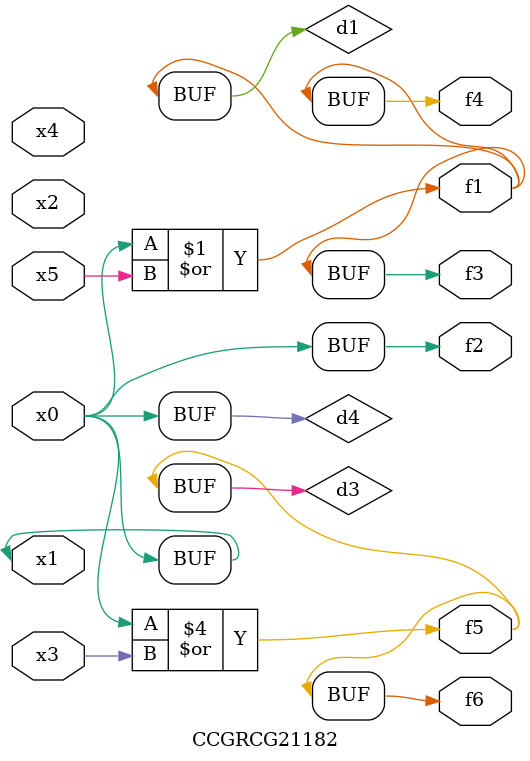
<source format=v>
module CCGRCG21182(
	input x0, x1, x2, x3, x4, x5,
	output f1, f2, f3, f4, f5, f6
);

	wire d1, d2, d3, d4;

	or (d1, x0, x5);
	xnor (d2, x1, x4);
	or (d3, x0, x3);
	buf (d4, x0, x1);
	assign f1 = d1;
	assign f2 = d4;
	assign f3 = d1;
	assign f4 = d1;
	assign f5 = d3;
	assign f6 = d3;
endmodule

</source>
